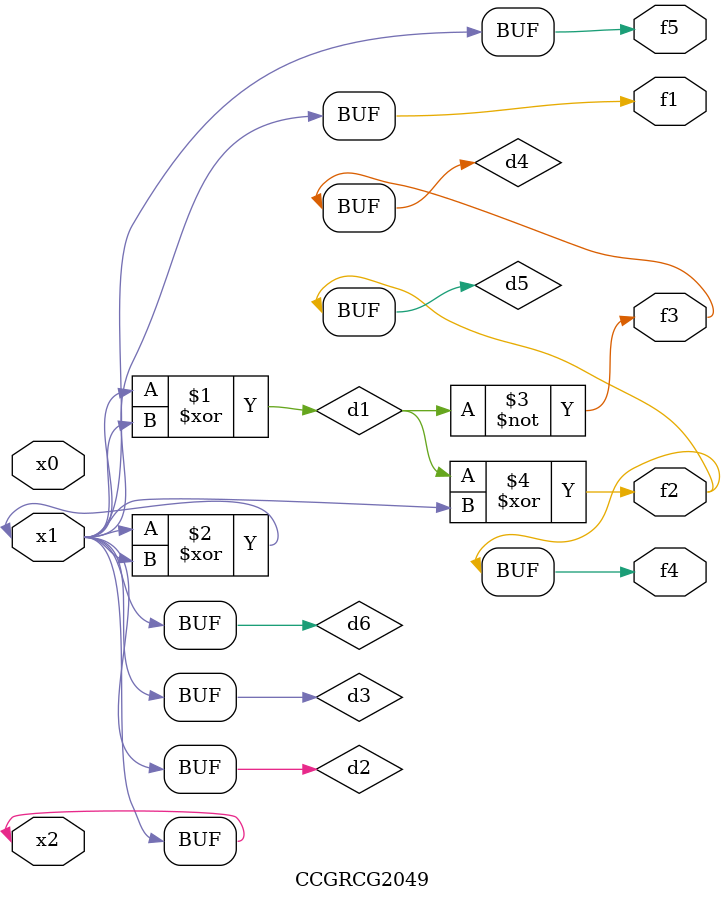
<source format=v>
module CCGRCG2049(
	input x0, x1, x2,
	output f1, f2, f3, f4, f5
);

	wire d1, d2, d3, d4, d5, d6;

	xor (d1, x1, x2);
	buf (d2, x1, x2);
	xor (d3, x1, x2);
	nor (d4, d1);
	xor (d5, d1, d2);
	buf (d6, d2, d3);
	assign f1 = d6;
	assign f2 = d5;
	assign f3 = d4;
	assign f4 = d5;
	assign f5 = d6;
endmodule

</source>
